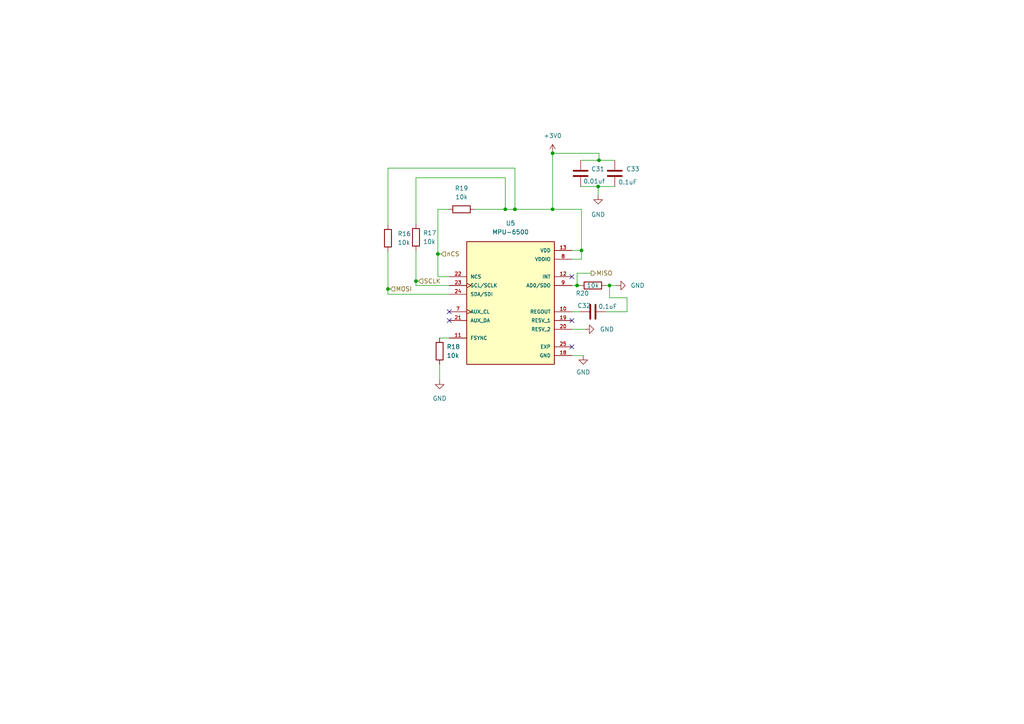
<source format=kicad_sch>
(kicad_sch (version 20211123) (generator eeschema)
  (paper "A4")
  (title_block (title "MUSHAK_PCB") (date "9 Aug 2022") (company "SRA-VJTI") (comment 1 "Designed by - Chinmay Lonkar"))
  (lib_symbols
    (symbol "Device:C" (pin_numbers hide) (pin_names (offset 0.254))
      (property "Reference" "C" (at 0.635 2.54 0))
      (property "Value" "C" (at 0.635 -2.54 0))
      (symbol "C_0_1"
        (polyline (pts (xy -2.032 -0.762) (xy 2.032 -0.762)) (stroke (width 0.508)))
        (polyline (pts (xy -2.032 0.762) (xy 2.032 0.762)) (stroke (width 0.508)))
      )
      (symbol "C_1_1"
        (pin passive line (at 0 3.81 270) (length 2.794) (name "~") (number "1"))
        (pin passive line (at 0 -3.81 90) (length 2.794) (name "~") (number "2"))
      )
    )
    (symbol "Device:R" (pin_numbers hide) (pin_names (offset 0))
      (property "Reference" "R" (at 2.032 0 90))
      (property "Value" "R" (at 0 0 90))
      (symbol "R_0_1"
        (rectangle (start -1.016 -2.54) (end 1.016 2.54) (stroke (width 0.254)))
      )
      (symbol "R_1_1"
        (pin passive line (at 0 3.81 270) (length 1.27) (name "~") (number "1"))
        (pin passive line (at 0 -3.81 90) (length 1.27) (name "~") (number "2"))
      )
    )
    (symbol "MPU-6500:MPU-6500" (pin_names (offset 1.016))
      (property "Reference" "U" (at -12.7 19.05 0))
      (property "Value" "MPU-6500" (at -12.7 -19.05 0))
      (symbol "MPU-6500_0_0"
        (rectangle (start -12.7 -17.78) (end 12.7 17.78) (stroke (width 0.254)) (fill (type background)))
        (pin output line (at 17.78 -2.54 180) (length 5.08) (name "REGOUT") (number "10"))
        (pin input line (at -17.78 -10.16 0) (length 5.08) (name "FSYNC") (number "11"))
        (pin output line (at 17.78 7.62 180) (length 5.08) (name "INT") (number "12"))
        (pin power_in line (at 17.78 15.24 180) (length 5.08) (name "VDD") (number "13"))
        (pin power_in line (at 17.78 -15.24 180) (length 5.08) (name "GND") (number "18"))
        (pin passive line (at 17.78 -5.08 180) (length 5.08) (name "RESV_1") (number "19"))
        (pin passive line (at 17.78 -7.62 180) (length 5.08) (name "RESV_2") (number "20"))
        (pin bidirectional line (at -17.78 -5.08 0) (length 5.08) (name "AUX_DA") (number "21"))
        (pin input line (at -17.78 7.62 0) (length 5.08) (name "NCS") (number "22"))
        (pin input clock (at -17.78 5.08 0) (length 5.08) (name "SCL/SCLK") (number "23"))
        (pin bidirectional line (at -17.78 2.54 0) (length 5.08) (name "SDA/SDI") (number "24"))
        (pin passive line (at 17.78 -12.7 180) (length 5.08) (name "EXP") (number "25"))
        (pin input clock (at -17.78 -2.54 0) (length 5.08) (name "AUX_CL") (number "7"))
        (pin power_in line (at 17.78 12.7 180) (length 5.08) (name "VDDIO") (number "8"))
        (pin output line (at 17.78 5.08 180) (length 5.08) (name "AD0/SDO") (number "9"))
      )
    )
    (symbol "power:+3V0" (power) (pin_names (offset 0))
      (property "Value" "+3V0" (at 0 3.556 0))
      (symbol "+3V0_0_1"
        (polyline (pts (xy -0.762 1.27) (xy 0 2.54)))
        (polyline (pts (xy 0 0) (xy 0 2.54)))
        (polyline (pts (xy 0 2.54) (xy 0.762 1.27)))
      )
      (symbol "+3V0_1_1"
        (pin power_in line (at 0 0 90) (length 0) hide (name "+3V0") (number "1"))
      )
    )
    (symbol "power:GND" (power) (pin_names (offset 0))
      (property "Value" "GND" (at 0 -3.81 0))
      (symbol "GND_0_1"
        (polyline (pts (xy 0 0) (xy 0 -1.27) (xy 1.27 -1.27) (xy 0 -2.54) (xy -1.27 -1.27) (xy 0 -1.27)))
      )
      (symbol "GND_1_1"
        (pin power_in line (at 0 0 270) (length 0) hide (name "GND") (number "1"))
      )
    )
  )
  (junction (at 146.558 60.706))
  (junction (at 160.274 44.45))
  (junction (at 120.65 81.534))
  (junction (at 176.784 82.804))
  (junction (at 149.352 60.706))
  (junction (at 160.274 60.706))
  (junction (at 168.656 72.644))
  (junction (at 167.386 82.804))
  (junction (at 173.482 54.102))
  (junction (at 112.522 83.82))
  (junction (at 173.736 46.482))
  (junction (at 127 73.66))
  (no_connect (at 165.862 100.584))
  (no_connect (at 165.862 80.264))
  (no_connect (at 165.862 92.964))
  (no_connect (at 130.302 90.424))
  (no_connect (at 130.302 92.964))
  (wire (pts (xy 173.482 54.102) (xy 178.308 54.102)))
  (wire (pts (xy 173.736 46.482) (xy 178.308 46.482)))
  (wire (pts (xy 112.522 48.768) (xy 149.352 48.768)))
  (wire (pts (xy 120.65 82.804) (xy 120.65 81.534)))
  (wire (pts (xy 168.656 60.706) (xy 168.656 72.644)))
  (wire (pts (xy 120.65 81.534) (xy 121.412 81.534)))
  (wire (pts (xy 165.862 72.644) (xy 168.656 72.644)))
  (wire (pts (xy 168.402 46.482) (xy 173.736 46.482)))
  (wire (pts (xy 146.558 60.706) (xy 149.352 60.706)))
  (wire (pts (xy 112.522 85.344) (xy 112.522 83.82)))
  (wire (pts (xy 127 60.706) (xy 130.048 60.706)))
  (wire (pts (xy 160.274 60.706) (xy 168.656 60.706)))
  (wire (pts (xy 173.482 54.102) (xy 173.482 56.642)))
  (wire (pts (xy 127.508 98.044) (xy 130.302 98.044)))
  (wire (pts (xy 168.402 54.102) (xy 173.482 54.102)))
  (wire (pts (xy 165.862 75.184) (xy 168.656 75.184)))
  (wire (pts (xy 127 73.66) (xy 127 60.706)))
  (wire (pts (xy 149.352 48.768) (xy 149.352 60.706)))
  (wire (pts (xy 165.862 103.124) (xy 169.164 103.124)))
  (wire (pts (xy 146.558 51.562) (xy 146.558 60.706)))
  (wire (pts (xy 181.864 86.36) (xy 176.784 86.36)))
  (wire (pts (xy 112.522 83.82) (xy 112.522 72.898)))
  (wire (pts (xy 120.65 51.562) (xy 146.558 51.562)))
  (wire (pts (xy 112.522 65.278) (xy 112.522 48.768)))
  (wire (pts (xy 175.768 82.804) (xy 176.784 82.804)))
  (wire (pts (xy 112.522 83.82) (xy 113.284 83.82)))
  (wire (pts (xy 165.862 90.424) (xy 168.148 90.424)))
  (wire (pts (xy 167.386 79.248) (xy 167.386 82.804)))
  (wire (pts (xy 130.302 80.264) (xy 127 80.264)))
  (wire (pts (xy 176.784 82.804) (xy 178.816 82.804)))
  (wire (pts (xy 173.736 44.45) (xy 160.274 44.45)))
  (wire (pts (xy 137.668 60.706) (xy 146.558 60.706)))
  (wire (pts (xy 130.302 85.344) (xy 112.522 85.344)))
  (wire (pts (xy 165.862 82.804) (xy 167.386 82.804)))
  (wire (pts (xy 149.352 60.706) (xy 160.274 60.706)))
  (wire (pts (xy 168.656 72.644) (xy 168.656 75.184)))
  (wire (pts (xy 181.864 90.424) (xy 181.864 86.36)))
  (wire (pts (xy 176.784 86.36) (xy 176.784 82.804)))
  (wire (pts (xy 130.302 82.804) (xy 120.65 82.804)))
  (wire (pts (xy 127 80.264) (xy 127 73.66)))
  (wire (pts (xy 120.65 81.534) (xy 120.65 72.644)))
  (wire (pts (xy 160.274 44.45) (xy 160.274 60.706)))
  (wire (pts (xy 127 73.66) (xy 128.016 73.66)))
  (wire (pts (xy 127.508 105.664) (xy 127.508 110.236)))
  (wire (pts (xy 175.768 90.424) (xy 181.864 90.424)))
  (wire (pts (xy 167.386 82.804) (xy 168.148 82.804)))
  (wire (pts (xy 171.45 79.248) (xy 167.386 79.248)))
  (wire (pts (xy 173.736 46.482) (xy 173.736 44.45)))
  (wire (pts (xy 165.862 95.504) (xy 169.672 95.504)))
  (wire (pts (xy 120.65 65.024) (xy 120.65 51.562)))
  (hierarchical_label "SCLK" (shape input) (at 121.412 81.534 0))
  (hierarchical_label "nCS" (shape input) (at 128.016 73.66 0))
  (hierarchical_label "MISO" (shape output) (at 171.45 79.248 0))
  (hierarchical_label "MOSI" (shape input) (at 113.284 83.82 0))
  (symbol (lib_id "Device:R") (at 133.858 60.706 90) (unit 1)
    (property "Reference" "R19" (at 133.858 54.61 90))
    (property "Value" "10k" (at 133.858 57.15 90))
    (property "Footprint" "Resistor_SMD:R_0402_1005Metric" (effects hide))
  )
  (symbol (lib_id "Device:R") (at 127.508 101.854 0) (unit 1)
    (property "Reference" "R18" (at 129.54 100.5839 0) (effects (justify left)))
    (property "Value" "10k" (at 129.54 103.1239 0) (effects (justify left)))
    (property "Footprint" "Resistor_SMD:R_0402_1005Metric" (effects hide))
  )
  (symbol (lib_id "Device:R") (at 171.958 82.804 90) (unit 1)
    (property "Reference" "R20" (at 168.91 85.09 90))
    (property "Value" "10k" (at 171.958 82.804 90))
    (property "Footprint" "Resistor_SMD:R_0402_1005Metric" (effects hide))
  )
  (symbol (lib_id "Device:C") (at 178.308 50.292 0) (unit 1)
    (property "Reference" "C33" (at 181.61 49.0219 0) (effects (justify left)))
    (property "Value" "0.1uF" (at 179.324 52.832 0) (effects (justify left)))
    (property "Footprint" "Capacitor_SMD:C_0402_1005Metric" (effects hide))
  )
  (symbol (lib_id "power:GND") (at 178.816 82.804 90) (unit 1)
    (property "Reference" "#PWR022" (effects hide))
    (property "Value" "GND" (at 182.88 82.8039 90) (effects (justify right)))
  )
  (symbol (lib_id "Device:C") (at 168.402 50.292 0) (unit 1)
    (property "Reference" "C31" (at 171.45 49.0219 0) (effects (justify left)))
    (property "Value" "0.01uf" (at 169.164 52.578 0) (effects (justify left)))
    (property "Footprint" "Capacitor_SMD:C_0402_1005Metric" (effects hide))
  )
  (symbol (lib_id "power:GND") (at 173.482 56.642 0) (unit 1)
    (property "Reference" "#PWR021" (effects hide))
    (property "Value" "GND" (at 173.482 62.23 0))
  )
  (symbol (lib_id "MPU-6500:MPU-6500") (at 148.082 87.884 0) (unit 1)
    (property "Reference" "U5" (at 148.082 64.77 0))
    (property "Value" "MPU-6500" (at 148.082 67.31 0))
    (property "Footprint" "MPU-6500:QFN40P300X300X95-25N" (effects hide))
    (property "Datasheet" "https://invensense.tdk.com/wp-content/uploads/2020/06/PS-MPU-6500A-01-v1.3.pdf" (effects hide))
    (property "E_MIN" "2.9" (effects hide))
    (property "MANUFACTURER" "TDK InvenSense" (effects hide))
    (property "MAXIMUM_PACKAGE_HEIGHT" "0.95 mm" (effects hide))
    (property "D2_NOM" "1.7" (effects hide))
    (property "B_NOM" "0.2" (effects hide))
    (property "PIN_COUNT_E" "6.0" (effects hide))
    (property "PIN_COUNT_D" "6.0" (effects hide))
    (property "STANDARD" "IPC 7351B" (effects hide))
    (property "D_MIN" "2.9" (effects hide))
    (property "D_MAX" "3.1" (effects hide))
    (property "D_NOM" "3.0" (effects hide))
    (property "B_MAX" "0.25" (effects hide))
    (property "B_MIN" "0.15" (effects hide))
    (property "E2_NOM" "1.54" (effects hide))
    (property "L_NOM" "0.3" (effects hide))
    (property "E_NOM" "3.0" (effects hide))
    (property "L_MAX" "0.25" (effects hide))
    (property "PARTREV" "1.3" (effects hide))
    (property "L_MIN" "0.15" (effects hide))
    (property "E_MAX" "3.1" (effects hide))
    (property "ENOM" "0.4" (effects hide))
  )
  (symbol (lib_id "power:GND") (at 169.164 103.124 0) (unit 1)
    (property "Reference" "#PWR019" (effects hide))
    (property "Value" "GND" (at 169.164 107.95 0))
  )
  (symbol (lib_id "Device:R") (at 112.522 69.088 180) (unit 1)
    (property "Reference" "R16" (at 115.316 67.8179 0) (effects (justify right)))
    (property "Value" "10k" (at 115.316 70.3579 0) (effects (justify right)))
    (property "Footprint" "Resistor_SMD:R_0402_1005Metric" (effects hide))
  )
  (symbol (lib_id "Device:C") (at 171.958 90.424 270) (unit 1)
    (property "Reference" "C32" (at 169.418 88.646 90))
    (property "Value" "0.1uF" (at 176.276 88.9 90))
    (property "Footprint" "Capacitor_SMD:C_0402_1005Metric" (effects hide))
  )
  (symbol (lib_id "Device:R") (at 120.65 68.834 180) (unit 1)
    (property "Reference" "R17" (at 122.682 67.5639 0) (effects (justify right)))
    (property "Value" "10k" (at 122.682 70.1039 0) (effects (justify right)))
    (property "Footprint" "Resistor_SMD:R_0402_1005Metric" (effects hide))
  )
  (symbol (lib_id "power:+3V0") (at 160.274 44.45 0) (unit 1)
    (property "Reference" "#PWR026" (effects hide))
    (property "Value" "+3V0" (at 160.274 39.37 0))
  )
  (symbol (lib_id "power:GND") (at 169.672 95.504 90) (unit 1)
    (property "Reference" "#PWR020" (effects hide))
    (property "Value" "GND" (at 173.99 95.5039 90) (effects (justify right)))
  )
  (symbol (lib_id "power:GND") (at 127.508 110.236 0) (unit 1)
    (property "Reference" "#PWR017" (effects hide))
    (property "Value" "GND" (at 127.508 115.57 0))
  )
)
</source>
